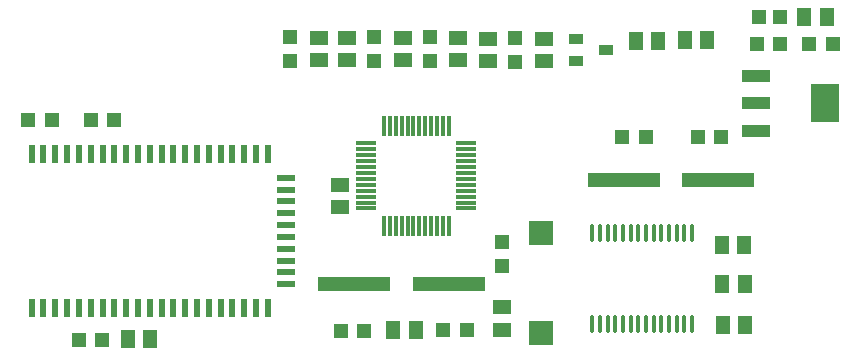
<source format=gtp>
G04 Layer_Color=8421504*
%FSTAX24Y24*%
%MOIN*%
G70*
G01*
G75*
%ADD15R,0.0512X0.0591*%
%ADD16R,0.0472X0.0335*%
%ADD17R,0.0500X0.0500*%
%ADD18R,0.0500X0.0500*%
%ADD19R,0.0118X0.0669*%
%ADD20R,0.0669X0.0118*%
%ADD21R,0.0945X0.1299*%
%ADD22R,0.0945X0.0394*%
%ADD23O,0.0165X0.0590*%
%ADD24R,0.0591X0.0512*%
%ADD25R,0.0472X0.0472*%
%ADD26R,0.0846X0.0846*%
%ADD27R,0.0787X0.0787*%
%ADD28R,0.2400X0.0472*%
%ADD29R,0.0236X0.0630*%
%ADD30R,0.0630X0.0236*%
D15*
X050496Y041631D02*
D03*
X049748D02*
D03*
X031925Y031692D02*
D03*
X031177D02*
D03*
X053737Y042412D02*
D03*
X054485D02*
D03*
X051768Y032146D02*
D03*
X05102D02*
D03*
X051005Y033523D02*
D03*
X051753D02*
D03*
X050987Y034819D02*
D03*
X051735D02*
D03*
X048123Y041609D02*
D03*
X048871D02*
D03*
X040032Y031963D02*
D03*
X04078D02*
D03*
D16*
X04711Y041314D02*
D03*
X046127Y041686D02*
D03*
X046125Y040928D02*
D03*
D17*
X029954Y038982D02*
D03*
X030741D02*
D03*
X028646Y038984D02*
D03*
X027858D02*
D03*
X02955Y031642D02*
D03*
X030337D02*
D03*
X054678Y041506D02*
D03*
X05389D02*
D03*
X052149Y041497D02*
D03*
X052936D02*
D03*
X048445Y038393D02*
D03*
X047658D02*
D03*
X050178Y038417D02*
D03*
X050966D02*
D03*
X038275Y031944D02*
D03*
X039062D02*
D03*
X042493Y031982D02*
D03*
X041705D02*
D03*
D18*
X044075Y041695D02*
D03*
Y040908D02*
D03*
X036585Y041728D02*
D03*
Y040941D02*
D03*
X039396Y041728D02*
D03*
Y040941D02*
D03*
X041271Y041728D02*
D03*
Y040941D02*
D03*
X043657Y034894D02*
D03*
Y034107D02*
D03*
D19*
X039723Y035442D02*
D03*
X03992D02*
D03*
X040117D02*
D03*
X040314D02*
D03*
X040511D02*
D03*
X040707D02*
D03*
X040904D02*
D03*
X041101D02*
D03*
X041298D02*
D03*
X041495D02*
D03*
X041692D02*
D03*
X041889D02*
D03*
Y038779D02*
D03*
X041692D02*
D03*
X041495D02*
D03*
X041298D02*
D03*
X041101D02*
D03*
X040904D02*
D03*
X040707D02*
D03*
X040511D02*
D03*
X040314D02*
D03*
X040117D02*
D03*
X03992D02*
D03*
X039723D02*
D03*
D20*
X042474Y036028D02*
D03*
Y036225D02*
D03*
Y036422D02*
D03*
Y036619D02*
D03*
Y036816D02*
D03*
Y037013D02*
D03*
Y037209D02*
D03*
Y037406D02*
D03*
Y037603D02*
D03*
Y0378D02*
D03*
Y037997D02*
D03*
Y038194D02*
D03*
X039137D02*
D03*
Y037997D02*
D03*
Y0378D02*
D03*
Y037603D02*
D03*
Y037406D02*
D03*
Y037209D02*
D03*
Y037013D02*
D03*
Y036816D02*
D03*
Y036619D02*
D03*
Y036422D02*
D03*
Y036225D02*
D03*
Y036028D02*
D03*
D21*
X054416Y039526D02*
D03*
D22*
X052133Y038621D02*
D03*
Y039526D02*
D03*
Y040432D02*
D03*
D23*
X046669Y032184D02*
D03*
X046925D02*
D03*
X047181D02*
D03*
X047436D02*
D03*
X047692D02*
D03*
X047948D02*
D03*
X048204D02*
D03*
X04846D02*
D03*
X048716D02*
D03*
X048972D02*
D03*
X049228D02*
D03*
X049484D02*
D03*
X04974D02*
D03*
X049996D02*
D03*
Y035216D02*
D03*
X04974D02*
D03*
X049484D02*
D03*
X049228D02*
D03*
X048972D02*
D03*
X048716D02*
D03*
X04846D02*
D03*
X048204D02*
D03*
X047948D02*
D03*
X047692D02*
D03*
X047436D02*
D03*
X047181D02*
D03*
X046925D02*
D03*
X046669D02*
D03*
D24*
X042202Y041722D02*
D03*
Y040974D02*
D03*
X043178Y040941D02*
D03*
Y041689D02*
D03*
X045052D02*
D03*
Y040941D02*
D03*
X037562Y040974D02*
D03*
Y041722D02*
D03*
X040374D02*
D03*
Y040974D02*
D03*
X038499D02*
D03*
Y041722D02*
D03*
X038271Y036059D02*
D03*
Y036807D02*
D03*
X043644Y031981D02*
D03*
Y032729D02*
D03*
D25*
X052231Y042402D02*
D03*
X052931D02*
D03*
D26*
X044948Y035212D02*
D03*
D27*
Y031865D02*
D03*
D28*
X050861Y036971D02*
D03*
X047711D02*
D03*
X038739Y033523D02*
D03*
X041888D02*
D03*
D29*
X027979Y037835D02*
D03*
X028373D02*
D03*
X028767D02*
D03*
X029161D02*
D03*
X029554D02*
D03*
X029948D02*
D03*
X030342D02*
D03*
X030735D02*
D03*
X031129D02*
D03*
X031523D02*
D03*
X031916D02*
D03*
X03231D02*
D03*
X032704D02*
D03*
X033098D02*
D03*
X033491D02*
D03*
X033885D02*
D03*
X034279D02*
D03*
X034672D02*
D03*
X035066D02*
D03*
X03546D02*
D03*
X035853D02*
D03*
Y032716D02*
D03*
X03546D02*
D03*
X035066D02*
D03*
X034672D02*
D03*
X034279D02*
D03*
X033885D02*
D03*
X033491D02*
D03*
X033098D02*
D03*
X032704D02*
D03*
X03231D02*
D03*
X031916D02*
D03*
X031523D02*
D03*
X031129D02*
D03*
X030735D02*
D03*
X030342D02*
D03*
X029948D02*
D03*
X029554D02*
D03*
X029161D02*
D03*
X028767D02*
D03*
X028373D02*
D03*
X027979D02*
D03*
D30*
X036444Y037047D02*
D03*
Y036653D02*
D03*
Y03626D02*
D03*
Y035866D02*
D03*
Y035472D02*
D03*
Y035079D02*
D03*
Y034685D02*
D03*
Y034291D02*
D03*
Y033898D02*
D03*
Y033504D02*
D03*
M02*

</source>
